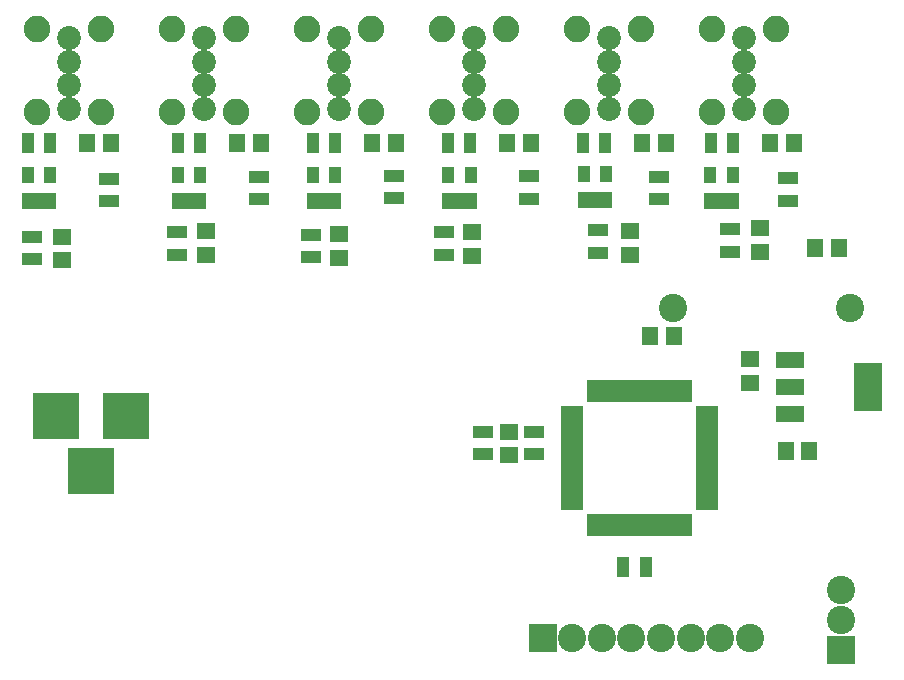
<source format=gbr>
%TF.GenerationSoftware,KiCad,Pcbnew,4.0.1-stable*%
%TF.CreationDate,2016-04-25T17:13:02+03:00*%
%TF.ProjectId,6xUSB_PowMet,36785553425F506F774D65742E6B6963,rev?*%
%TF.FileFunction,Soldermask,Top*%
%FSLAX46Y46*%
G04 Gerber Fmt 4.6, Leading zero omitted, Abs format (unit mm)*
G04 Created by KiCad (PCBNEW 4.0.1-stable) date 25.04.2016 17:13:02*
%MOMM*%
G01*
G04 APERTURE LIST*
%ADD10C,0.100000*%
%ADD11C,2.020000*%
%ADD12C,2.250000*%
%ADD13R,1.400000X1.650000*%
%ADD14R,1.650000X1.400000*%
%ADD15R,0.950000X1.900000*%
%ADD16R,1.900000X0.950000*%
%ADD17C,2.398980*%
%ADD18R,1.700000X1.100000*%
%ADD19R,1.100000X1.700000*%
%ADD20R,2.432000X4.057600*%
%ADD21R,2.432000X1.416000*%
%ADD22R,1.050000X1.460000*%
%ADD23R,2.400000X2.400000*%
%ADD24C,2.400000*%
%ADD25R,3.900120X3.900120*%
G04 APERTURE END LIST*
D10*
D11*
X110560000Y-75975000D03*
X110560000Y-77975000D03*
X110560000Y-79975000D03*
D12*
X113280000Y-75245000D03*
D11*
X110560000Y-81975000D03*
D12*
X113280000Y-82245000D03*
X107840000Y-75245000D03*
X107840000Y-82245000D03*
D11*
X133420000Y-75975000D03*
X133420000Y-77975000D03*
X133420000Y-79975000D03*
D12*
X136140000Y-75245000D03*
D11*
X133420000Y-81975000D03*
D12*
X136140000Y-82245000D03*
X130700000Y-75245000D03*
X130700000Y-82245000D03*
D13*
X112100000Y-84865000D03*
X114100000Y-84865000D03*
D14*
X133400000Y-92550000D03*
X133400000Y-94550000D03*
X158075000Y-92325000D03*
X158075000Y-94325000D03*
X109950000Y-92775000D03*
X109950000Y-94775000D03*
D13*
X171225000Y-110925000D03*
X173225000Y-110925000D03*
D14*
X168200000Y-105175000D03*
X168200000Y-103175000D03*
X147775000Y-111300000D03*
X147775000Y-109300000D03*
D13*
X173695000Y-93755000D03*
X175695000Y-93755000D03*
X159750000Y-101200000D03*
X161750000Y-101200000D03*
X136230000Y-84865000D03*
X138230000Y-84865000D03*
X159090000Y-84865000D03*
X161090000Y-84865000D03*
D14*
X122100000Y-92325000D03*
X122100000Y-94325000D03*
X169050000Y-92050000D03*
X169050000Y-94050000D03*
X144675000Y-92425000D03*
X144675000Y-94425000D03*
D13*
X124800000Y-84865000D03*
X126800000Y-84865000D03*
X169885000Y-84865000D03*
X171885000Y-84865000D03*
X147660000Y-84865000D03*
X149660000Y-84865000D03*
D15*
X154820000Y-117235000D03*
X155620000Y-117235000D03*
X156420000Y-117235000D03*
X157220000Y-117235000D03*
X158020000Y-117235000D03*
X158820000Y-117235000D03*
X159620000Y-117235000D03*
X160420000Y-117235000D03*
X161220000Y-117235000D03*
X162020000Y-117235000D03*
X162820000Y-117235000D03*
D16*
X164520000Y-115535000D03*
X164520000Y-114735000D03*
X164520000Y-113935000D03*
X164520000Y-113135000D03*
X164520000Y-112335000D03*
X164520000Y-111535000D03*
X164520000Y-110735000D03*
X164520000Y-109935000D03*
X164520000Y-109135000D03*
X164520000Y-108335000D03*
X164520000Y-107535000D03*
D15*
X162820000Y-105835000D03*
X162020000Y-105835000D03*
X161220000Y-105835000D03*
X160420000Y-105835000D03*
X159620000Y-105835000D03*
X158820000Y-105835000D03*
X158020000Y-105835000D03*
X157220000Y-105835000D03*
X156420000Y-105835000D03*
X155620000Y-105835000D03*
X154820000Y-105835000D03*
D16*
X153120000Y-107535000D03*
X153120000Y-108335000D03*
X153120000Y-109135000D03*
X153120000Y-109935000D03*
X153120000Y-110735000D03*
X153120000Y-111535000D03*
X153120000Y-112335000D03*
X153120000Y-113135000D03*
X153120000Y-113935000D03*
X153120000Y-114735000D03*
X153120000Y-115535000D03*
D17*
X161650000Y-98825000D03*
X176650000Y-98825000D03*
D18*
X113950000Y-87875000D03*
X113950000Y-89775000D03*
D19*
X107070000Y-84865000D03*
X108970000Y-84865000D03*
D18*
X107375000Y-92800000D03*
X107375000Y-94700000D03*
X145625000Y-111200000D03*
X145625000Y-109300000D03*
X149930000Y-111215000D03*
X149930000Y-109315000D03*
D19*
X159375000Y-120750000D03*
X157475000Y-120750000D03*
D18*
X131000000Y-92625000D03*
X131000000Y-94525000D03*
X155350000Y-92250000D03*
X155350000Y-94150000D03*
X138050000Y-87625000D03*
X138050000Y-89525000D03*
X160500000Y-87725000D03*
X160500000Y-89625000D03*
D19*
X131200000Y-84865000D03*
X133100000Y-84865000D03*
X154060000Y-84865000D03*
X155960000Y-84865000D03*
D18*
X119700000Y-92425000D03*
X119700000Y-94325000D03*
X166500000Y-92150000D03*
X166500000Y-94050000D03*
X142250000Y-92425000D03*
X142250000Y-94325000D03*
X126650000Y-87725000D03*
X126650000Y-89625000D03*
X171400000Y-87825000D03*
X171400000Y-89725000D03*
D19*
X119770000Y-84865000D03*
X121670000Y-84865000D03*
D18*
X149500000Y-87675000D03*
X149500000Y-89575000D03*
D19*
X164855000Y-84865000D03*
X166755000Y-84865000D03*
X142630000Y-84865000D03*
X144530000Y-84865000D03*
D20*
X178227000Y-105475000D03*
D21*
X171623000Y-105475000D03*
X171623000Y-107761000D03*
X171623000Y-103189000D03*
D22*
X107050000Y-89775000D03*
X108000000Y-89775000D03*
X108950000Y-89775000D03*
X108950000Y-87575000D03*
X107050000Y-87575000D03*
X119750000Y-89775000D03*
X120700000Y-89775000D03*
X121650000Y-89775000D03*
X121650000Y-87575000D03*
X119750000Y-87575000D03*
X131200000Y-89775000D03*
X132150000Y-89775000D03*
X133100000Y-89775000D03*
X133100000Y-87575000D03*
X131200000Y-87575000D03*
X142650000Y-89775000D03*
X143600000Y-89775000D03*
X144550000Y-89775000D03*
X144550000Y-87575000D03*
X142650000Y-87575000D03*
X154100000Y-89675000D03*
X155050000Y-89675000D03*
X156000000Y-89675000D03*
X156000000Y-87475000D03*
X154100000Y-87475000D03*
X164850000Y-89775000D03*
X165800000Y-89775000D03*
X166750000Y-89775000D03*
X166750000Y-87575000D03*
X164850000Y-87575000D03*
D11*
X156280000Y-75975000D03*
X156280000Y-77975000D03*
X156280000Y-79975000D03*
D12*
X159000000Y-75245000D03*
D11*
X156280000Y-81975000D03*
D12*
X159000000Y-82245000D03*
X153560000Y-75245000D03*
X153560000Y-82245000D03*
D11*
X121990000Y-75975000D03*
X121990000Y-77975000D03*
X121990000Y-79975000D03*
D12*
X124710000Y-75245000D03*
D11*
X121990000Y-81975000D03*
D12*
X124710000Y-82245000D03*
X119270000Y-75245000D03*
X119270000Y-82245000D03*
D11*
X167710000Y-75975000D03*
X167710000Y-77975000D03*
X167710000Y-79975000D03*
D12*
X170430000Y-75245000D03*
D11*
X167710000Y-81975000D03*
D12*
X170430000Y-82245000D03*
X164990000Y-75245000D03*
X164990000Y-82245000D03*
D11*
X144850000Y-75975000D03*
X144850000Y-77975000D03*
X144850000Y-79975000D03*
D12*
X147570000Y-75245000D03*
D11*
X144850000Y-81975000D03*
D12*
X147570000Y-82245000D03*
X142130000Y-75245000D03*
X142130000Y-82245000D03*
D23*
X150650000Y-126750000D03*
D24*
X153163000Y-126750000D03*
X155663000Y-126750000D03*
X158163000Y-126750000D03*
X160663000Y-126750000D03*
X163163000Y-126750000D03*
X165663000Y-126750000D03*
X168163000Y-126750000D03*
D23*
X175900000Y-127750000D03*
D24*
X175900000Y-125210000D03*
X175900000Y-122710000D03*
D25*
X115400140Y-107950000D03*
X109400660Y-107950000D03*
X112400400Y-112649000D03*
M02*

</source>
